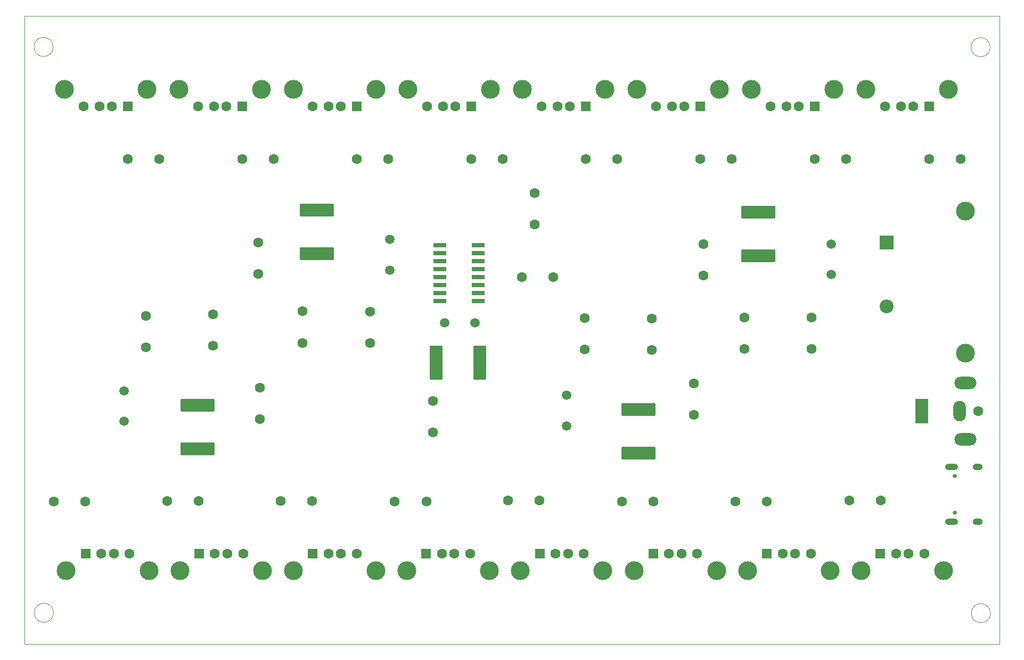
<source format=gbr>
%TF.GenerationSoftware,KiCad,Pcbnew,6.0.2+dfsg-1*%
%TF.CreationDate,2023-03-05T21:27:33-05:00*%
%TF.ProjectId,BFUSB_HUB,42465553-425f-4485-9542-2e6b69636164,rev?*%
%TF.SameCoordinates,Original*%
%TF.FileFunction,Soldermask,Bot*%
%TF.FilePolarity,Negative*%
%FSLAX46Y46*%
G04 Gerber Fmt 4.6, Leading zero omitted, Abs format (unit mm)*
G04 Created by KiCad (PCBNEW 6.0.2+dfsg-1) date 2023-03-05 21:27:33*
%MOMM*%
%LPD*%
G01*
G04 APERTURE LIST*
G04 Aperture macros list*
%AMRoundRect*
0 Rectangle with rounded corners*
0 $1 Rounding radius*
0 $2 $3 $4 $5 $6 $7 $8 $9 X,Y pos of 4 corners*
0 Add a 4 corners polygon primitive as box body*
4,1,4,$2,$3,$4,$5,$6,$7,$8,$9,$2,$3,0*
0 Add four circle primitives for the rounded corners*
1,1,$1+$1,$2,$3*
1,1,$1+$1,$4,$5*
1,1,$1+$1,$6,$7*
1,1,$1+$1,$8,$9*
0 Add four rect primitives between the rounded corners*
20,1,$1+$1,$2,$3,$4,$5,0*
20,1,$1+$1,$4,$5,$6,$7,0*
20,1,$1+$1,$6,$7,$8,$9,0*
20,1,$1+$1,$8,$9,$2,$3,0*%
G04 Aperture macros list end*
%TA.AperFunction,Profile*%
%ADD10C,0.100000*%
%TD*%
%ADD11R,1.600000X1.600000*%
%ADD12C,1.600000*%
%ADD13C,3.000000*%
%ADD14C,1.500000*%
%ADD15C,0.650000*%
%ADD16O,2.100000X1.000000*%
%ADD17O,1.600000X1.000000*%
%ADD18R,2.000000X4.000000*%
%ADD19O,2.000000X3.300000*%
%ADD20O,3.500000X2.000000*%
%ADD21R,2.200000X2.200000*%
%ADD22O,2.200000X2.200000*%
%ADD23RoundRect,0.250001X-2.474999X0.799999X-2.474999X-0.799999X2.474999X-0.799999X2.474999X0.799999X0*%
%ADD24RoundRect,0.250001X-0.799999X-2.474999X0.799999X-2.474999X0.799999X2.474999X-0.799999X2.474999X0*%
%ADD25RoundRect,0.250001X2.474999X-0.799999X2.474999X0.799999X-2.474999X0.799999X-2.474999X-0.799999X0*%
%ADD26R,2.032000X0.660400*%
G04 APERTURE END LIST*
D10*
X75676843Y-108350000D02*
G75*
G03*
X75676843Y-108350000I-1526843J0D01*
G01*
X224648975Y-108425000D02*
G75*
G03*
X224648975Y-108425000I-1523975J0D01*
G01*
X224595691Y-18325000D02*
G75*
G03*
X224595691Y-18325000I-1520691J0D01*
G01*
X75620691Y-18275000D02*
G75*
G03*
X75620691Y-18275000I-1520691J0D01*
G01*
X71100000Y-13325000D02*
X226100000Y-13325000D01*
X226100000Y-13325000D02*
X226100000Y-113325000D01*
X226100000Y-113325000D02*
X71100000Y-113325000D01*
X71100000Y-113325000D02*
X71100000Y-13325000D01*
D11*
%TO.C,J17*%
X98827857Y-98985000D03*
D12*
X101327857Y-98985000D03*
X103327857Y-98985000D03*
X105827857Y-98985000D03*
D13*
X108897857Y-101695000D03*
X95757857Y-101695000D03*
%TD*%
D12*
%TO.C,C3*%
X152150000Y-41500000D03*
X152150000Y-46500000D03*
%TD*%
%TO.C,C2*%
X155150000Y-54900000D03*
X150150000Y-54900000D03*
%TD*%
%TO.C,C31*%
X80750000Y-90650000D03*
X75750000Y-90650000D03*
%TD*%
D14*
%TO.C,Y5*%
X86900000Y-77875000D03*
X86900000Y-72995000D03*
%TD*%
D12*
%TO.C,C28*%
X134950000Y-90650000D03*
X129950000Y-90650000D03*
%TD*%
D11*
%TO.C,J10*%
X214900000Y-27765000D03*
D12*
X212400000Y-27765000D03*
X210400000Y-27765000D03*
X207900000Y-27765000D03*
D13*
X204830000Y-25055000D03*
X217970000Y-25055000D03*
%TD*%
D12*
%TO.C,C17*%
X105653571Y-36125000D03*
X110653571Y-36125000D03*
%TD*%
D14*
%TO.C,Y2*%
X129175000Y-48900000D03*
X129175000Y-53780000D03*
%TD*%
D12*
%TO.C,C7*%
X177475000Y-71825000D03*
X177475000Y-76825000D03*
%TD*%
%TO.C,C19*%
X142060713Y-36125000D03*
X147060713Y-36125000D03*
%TD*%
D15*
%TO.C,J1*%
X218980000Y-86615000D03*
X218980000Y-92395000D03*
D16*
X218450000Y-93825000D03*
D17*
X222630000Y-85185000D03*
X222630000Y-93825000D03*
D16*
X218450000Y-85185000D03*
%TD*%
D12*
%TO.C,C25*%
X189125000Y-90675000D03*
X184125000Y-90675000D03*
%TD*%
D14*
%TO.C,Y3*%
X199375000Y-49645000D03*
X199375000Y-54525000D03*
%TD*%
D11*
%TO.C,J3*%
X87475000Y-27765000D03*
D12*
X84975000Y-27765000D03*
X82975000Y-27765000D03*
X80475000Y-27765000D03*
D13*
X90545000Y-25055000D03*
X77405000Y-25055000D03*
%TD*%
D14*
%TO.C,Y4*%
X157250000Y-78625000D03*
X157250000Y-73745000D03*
%TD*%
D12*
%TO.C,C22*%
X196671426Y-36125000D03*
X201671426Y-36125000D03*
%TD*%
%TO.C,C27*%
X152975000Y-90500000D03*
X147975000Y-90500000D03*
%TD*%
%TO.C,C4*%
X179000000Y-54675000D03*
X179000000Y-49675000D03*
%TD*%
%TO.C,C8*%
X115300000Y-65375000D03*
X115300000Y-60375000D03*
%TD*%
%TO.C,C26*%
X171100000Y-90625000D03*
X166100000Y-90625000D03*
%TD*%
%TO.C,C14*%
X101075000Y-60875000D03*
X101075000Y-65875000D03*
%TD*%
%TO.C,C11*%
X196175000Y-66375000D03*
X196175000Y-61375000D03*
%TD*%
%TO.C,C10*%
X185500000Y-66375000D03*
X185500000Y-61375000D03*
%TD*%
%TO.C,C9*%
X126050000Y-65400000D03*
X126050000Y-60400000D03*
%TD*%
D11*
%TO.C,J11*%
X207145000Y-98985000D03*
D12*
X209645000Y-98985000D03*
X211645000Y-98985000D03*
X214145000Y-98985000D03*
D13*
X217215000Y-101695000D03*
X204075000Y-101695000D03*
%TD*%
D12*
%TO.C,C16*%
X87450000Y-36125000D03*
X92450000Y-36125000D03*
%TD*%
D11*
%TO.C,J8*%
X178492855Y-27765000D03*
D12*
X175992855Y-27765000D03*
X173992855Y-27765000D03*
X171492855Y-27765000D03*
D13*
X181562855Y-25055000D03*
X168422855Y-25055000D03*
%TD*%
D12*
%TO.C,C6*%
X108500000Y-72525000D03*
X108500000Y-77525000D03*
%TD*%
D11*
%TO.C,J18*%
X80775000Y-98985000D03*
D12*
X83275000Y-98985000D03*
X85275000Y-98985000D03*
X87775000Y-98985000D03*
D13*
X90845000Y-101695000D03*
X77705000Y-101695000D03*
%TD*%
D12*
%TO.C,C1*%
X135975000Y-79625000D03*
X135975000Y-74625000D03*
%TD*%
%TO.C,J2*%
X222700000Y-76225000D03*
D18*
X213700000Y-76225000D03*
D19*
X219700000Y-76225000D03*
D20*
X220700000Y-80725000D03*
X220700000Y-71725000D03*
%TD*%
D12*
%TO.C,C12*%
X170825000Y-61500000D03*
X170825000Y-66500000D03*
%TD*%
%TO.C,C23*%
X214875000Y-36125000D03*
X219875000Y-36125000D03*
%TD*%
%TO.C,C20*%
X160264284Y-36125000D03*
X165264284Y-36125000D03*
%TD*%
D11*
%TO.C,J16*%
X116880714Y-98985000D03*
D12*
X119380714Y-98985000D03*
X121380714Y-98985000D03*
X123880714Y-98985000D03*
D13*
X126950714Y-101695000D03*
X113810714Y-101695000D03*
%TD*%
D12*
%TO.C,C5*%
X108225000Y-54400000D03*
X108225000Y-49400000D03*
%TD*%
D11*
%TO.C,J14*%
X152986428Y-98985000D03*
D12*
X155486428Y-98985000D03*
X157486428Y-98985000D03*
X159986428Y-98985000D03*
D13*
X163056428Y-101695000D03*
X149916428Y-101695000D03*
%TD*%
D11*
%TO.C,J6*%
X142085713Y-27765000D03*
D12*
X139585713Y-27765000D03*
X137585713Y-27765000D03*
X135085713Y-27765000D03*
D13*
X145155713Y-25055000D03*
X132015713Y-25055000D03*
%TD*%
D12*
%TO.C,C24*%
X207175000Y-90450000D03*
X202175000Y-90450000D03*
%TD*%
D21*
%TO.C,D1*%
X208100000Y-49395000D03*
D22*
X208100000Y-59555000D03*
%TD*%
D12*
%TO.C,C13*%
X160125000Y-61475000D03*
X160125000Y-66475000D03*
%TD*%
D11*
%TO.C,J4*%
X105678571Y-27765000D03*
D12*
X103178571Y-27765000D03*
X101178571Y-27765000D03*
X98678571Y-27765000D03*
D13*
X95608571Y-25055000D03*
X108748571Y-25055000D03*
%TD*%
D11*
%TO.C,J9*%
X196696426Y-27765000D03*
D12*
X194196426Y-27765000D03*
X192196426Y-27765000D03*
X189696426Y-27765000D03*
D13*
X199766426Y-25055000D03*
X186626426Y-25055000D03*
%TD*%
D12*
%TO.C,C29*%
X116825000Y-90550000D03*
X111825000Y-90550000D03*
%TD*%
%TO.C,C21*%
X178467855Y-36125000D03*
X183467855Y-36125000D03*
%TD*%
D11*
%TO.C,J5*%
X123882142Y-27765000D03*
D12*
X121382142Y-27765000D03*
X119382142Y-27765000D03*
X116882142Y-27765000D03*
D13*
X113812142Y-25055000D03*
X126952142Y-25055000D03*
%TD*%
D11*
%TO.C,J7*%
X160289284Y-27765000D03*
D12*
X157789284Y-27765000D03*
X155789284Y-27765000D03*
X153289284Y-27765000D03*
D13*
X163359284Y-25055000D03*
X150219284Y-25055000D03*
%TD*%
D12*
%TO.C,C15*%
X90375000Y-61075000D03*
X90375000Y-66075000D03*
%TD*%
D11*
%TO.C,J15*%
X134933571Y-98985000D03*
D12*
X137433571Y-98985000D03*
X139433571Y-98985000D03*
X141933571Y-98985000D03*
D13*
X131863571Y-101695000D03*
X145003571Y-101695000D03*
%TD*%
D11*
%TO.C,J12*%
X189092142Y-98985000D03*
D12*
X191592142Y-98985000D03*
X193592142Y-98985000D03*
X196092142Y-98985000D03*
D13*
X199162142Y-101695000D03*
X186022142Y-101695000D03*
%TD*%
D12*
%TO.C,C30*%
X98775000Y-90550000D03*
X93775000Y-90550000D03*
%TD*%
D11*
%TO.C,J13*%
X171039285Y-98985000D03*
D12*
X173539285Y-98985000D03*
X175539285Y-98985000D03*
X178039285Y-98985000D03*
D13*
X181109285Y-101695000D03*
X167969285Y-101695000D03*
%TD*%
%TO.C,F1*%
X220675000Y-44425000D03*
X220675000Y-67025000D03*
%TD*%
D12*
%TO.C,C18*%
X123857142Y-36125000D03*
X128857142Y-36125000D03*
%TD*%
D14*
%TO.C,Y1*%
X142725000Y-62175000D03*
X137845000Y-62175000D03*
%TD*%
D23*
%TO.C,F4*%
X187725000Y-44575000D03*
X187725000Y-51525000D03*
%TD*%
D24*
%TO.C,F2*%
X136500000Y-68550000D03*
X143450000Y-68550000D03*
%TD*%
D23*
%TO.C,F3*%
X117575000Y-44250000D03*
X117575000Y-51200000D03*
%TD*%
D25*
%TO.C,F6*%
X98575000Y-82300000D03*
X98575000Y-75350000D03*
%TD*%
%TO.C,F5*%
X168675000Y-82950000D03*
X168675000Y-76000000D03*
%TD*%
D26*
%TO.C,U1*%
X137076600Y-58720000D03*
X137076600Y-57450000D03*
X137076600Y-56180000D03*
X137076600Y-54910000D03*
X137076600Y-53640000D03*
X137076600Y-52370000D03*
X137076600Y-51100000D03*
X137076600Y-49830000D03*
X143223400Y-49830000D03*
X143223400Y-51100000D03*
X143223400Y-52370000D03*
X143223400Y-53640000D03*
X143223400Y-54910000D03*
X143223400Y-56180000D03*
X143223400Y-57450000D03*
X143223400Y-58720000D03*
%TD*%
M02*

</source>
